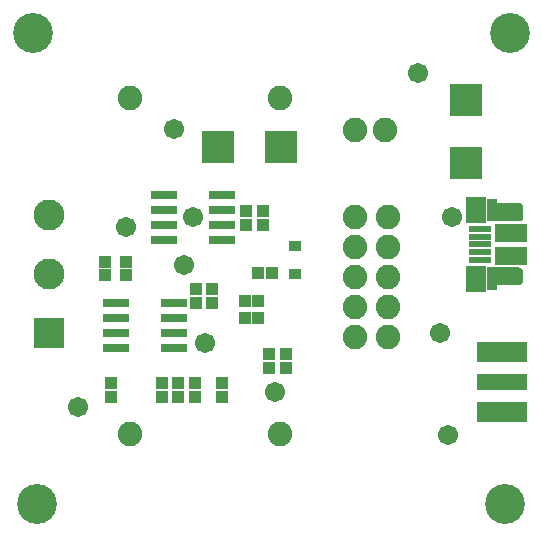
<source format=gbr>
G04 EAGLE Gerber RS-274X export*
G75*
%MOMM*%
%FSLAX34Y34*%
%LPD*%
%INSoldermask Top*%
%IPPOS*%
%AMOC8*
5,1,8,0,0,1.08239X$1,22.5*%
G01*
%ADD10C,3.378200*%
%ADD11R,2.616200X2.616200*%
%ADD12C,2.616200*%
%ADD13C,2.082800*%
%ADD14R,2.184400X0.762000*%
%ADD15R,1.103200X1.053200*%
%ADD16R,1.053200X1.103200*%
%ADD17R,1.033200X0.833200*%
%ADD18R,1.953200X0.603200*%
%ADD19R,1.663200X2.203200*%
%ADD20R,2.703200X1.628200*%
%ADD21R,4.267200X1.727200*%
%ADD22R,4.267200X1.473200*%
%ADD23R,2.703194X2.763597*%
%ADD24R,2.763597X2.703194*%
%ADD25C,1.703200*%

G36*
X439803Y270069D02*
X439803Y270069D01*
X439834Y270067D01*
X440501Y270142D01*
X440548Y270157D01*
X440612Y270167D01*
X441246Y270389D01*
X441289Y270415D01*
X441349Y270439D01*
X441917Y270796D01*
X441953Y270830D01*
X442006Y270867D01*
X442481Y271342D01*
X442509Y271383D01*
X442552Y271431D01*
X442909Y271999D01*
X442927Y272046D01*
X442959Y272102D01*
X443181Y272736D01*
X443187Y272785D01*
X443206Y272847D01*
X443281Y273514D01*
X443279Y273541D01*
X443284Y273571D01*
X443284Y281563D01*
X443308Y282347D01*
X443299Y282396D01*
X443298Y282460D01*
X443145Y283237D01*
X443126Y283283D01*
X443111Y283346D01*
X442789Y284069D01*
X442760Y284109D01*
X442731Y284167D01*
X442256Y284800D01*
X442219Y284833D01*
X442178Y284883D01*
X441574Y285394D01*
X441531Y285418D01*
X441480Y285458D01*
X440777Y285822D01*
X440729Y285836D01*
X440671Y285863D01*
X439905Y286062D01*
X439851Y286065D01*
X439777Y286078D01*
X421284Y286078D01*
X421284Y288571D01*
X421283Y288576D01*
X421284Y288581D01*
X421263Y288674D01*
X421245Y288768D01*
X421242Y288772D01*
X421241Y288777D01*
X421185Y288855D01*
X421132Y288933D01*
X421128Y288936D01*
X421125Y288940D01*
X421043Y288991D01*
X420964Y289043D01*
X420959Y289043D01*
X420954Y289046D01*
X420777Y289078D01*
X412777Y289078D01*
X412772Y289077D01*
X412767Y289078D01*
X412674Y289057D01*
X412581Y289039D01*
X412576Y289036D01*
X412571Y289035D01*
X412493Y288979D01*
X412415Y288926D01*
X412412Y288922D01*
X412408Y288919D01*
X412357Y288837D01*
X412305Y288758D01*
X412305Y288753D01*
X412302Y288748D01*
X412270Y288571D01*
X412270Y270571D01*
X412271Y270566D01*
X412270Y270561D01*
X412291Y270468D01*
X412309Y270375D01*
X412312Y270370D01*
X412313Y270365D01*
X412369Y270287D01*
X412422Y270209D01*
X412426Y270206D01*
X412429Y270202D01*
X412511Y270151D01*
X412590Y270099D01*
X412595Y270099D01*
X412600Y270096D01*
X412777Y270064D01*
X439777Y270064D01*
X439803Y270069D01*
G37*
G36*
X420782Y212065D02*
X420782Y212065D01*
X420787Y212064D01*
X420880Y212085D01*
X420974Y212103D01*
X420978Y212106D01*
X420983Y212107D01*
X421061Y212163D01*
X421139Y212216D01*
X421142Y212220D01*
X421146Y212223D01*
X421197Y212305D01*
X421249Y212384D01*
X421249Y212389D01*
X421252Y212394D01*
X421284Y212571D01*
X421284Y216064D01*
X438777Y216064D01*
X438803Y216069D01*
X438834Y216067D01*
X439724Y216167D01*
X439771Y216182D01*
X439835Y216193D01*
X440680Y216488D01*
X440723Y216514D01*
X440782Y216538D01*
X441541Y217014D01*
X441577Y217048D01*
X441630Y217085D01*
X442263Y217718D01*
X442290Y217760D01*
X442334Y217807D01*
X442810Y218566D01*
X442828Y218612D01*
X442860Y218668D01*
X443156Y219513D01*
X443162Y219562D01*
X443181Y219624D01*
X443281Y220514D01*
X443279Y220541D01*
X443284Y220571D01*
X443284Y227571D01*
X443274Y227624D01*
X443268Y227699D01*
X443069Y228465D01*
X443053Y228497D01*
X443052Y228502D01*
X443048Y228508D01*
X443047Y228509D01*
X443028Y228571D01*
X442664Y229274D01*
X442633Y229312D01*
X442600Y229368D01*
X442089Y229972D01*
X442050Y230003D01*
X442006Y230050D01*
X441373Y230525D01*
X441328Y230546D01*
X441275Y230583D01*
X440552Y230905D01*
X440503Y230915D01*
X440443Y230939D01*
X439666Y231092D01*
X439617Y231092D01*
X439553Y231102D01*
X438769Y231078D01*
X412777Y231078D01*
X412772Y231077D01*
X412767Y231078D01*
X412674Y231057D01*
X412581Y231039D01*
X412576Y231036D01*
X412571Y231035D01*
X412493Y230979D01*
X412415Y230926D01*
X412412Y230922D01*
X412408Y230919D01*
X412357Y230837D01*
X412305Y230758D01*
X412305Y230753D01*
X412302Y230748D01*
X412270Y230571D01*
X412270Y212571D01*
X412271Y212566D01*
X412270Y212561D01*
X412291Y212468D01*
X412309Y212375D01*
X412312Y212370D01*
X412313Y212365D01*
X412369Y212287D01*
X412422Y212209D01*
X412426Y212206D01*
X412429Y212202D01*
X412511Y212151D01*
X412590Y212099D01*
X412595Y212099D01*
X412600Y212096D01*
X412777Y212064D01*
X420777Y212064D01*
X420782Y212065D01*
G37*
D10*
X28194Y429514D03*
X32004Y30734D03*
X427990Y30607D03*
X431927Y429768D03*
D11*
X42164Y175514D03*
D12*
X42164Y225514D03*
X42164Y275514D03*
D13*
X300609Y347218D03*
X326009Y347218D03*
D14*
X98806Y200914D03*
X98806Y188214D03*
X98806Y175514D03*
X98806Y162814D03*
X148082Y162814D03*
X148082Y175514D03*
X148082Y188214D03*
X148082Y200914D03*
X139446Y292354D03*
X139446Y279654D03*
X139446Y266954D03*
X139446Y254254D03*
X188722Y254254D03*
X188722Y266954D03*
X188722Y279654D03*
X188722Y292354D03*
D15*
X89154Y235924D03*
X89154Y224324D03*
X188214Y121454D03*
X188214Y133054D03*
X165354Y133054D03*
X165354Y121454D03*
X151384Y133054D03*
X151384Y121454D03*
X137414Y133054D03*
X137414Y121454D03*
D16*
X207560Y202438D03*
X219160Y202438D03*
X207560Y188595D03*
X219160Y188595D03*
X219117Y226060D03*
X230717Y226060D03*
D13*
X300736Y273939D03*
X328676Y273939D03*
X300736Y248539D03*
X328676Y248539D03*
X300736Y223139D03*
X328676Y223139D03*
X300736Y197739D03*
X328676Y197739D03*
X300736Y172339D03*
X328676Y172339D03*
D17*
X249809Y248863D03*
X249809Y225863D03*
D18*
X406527Y250571D03*
X406527Y244071D03*
X406527Y263571D03*
X406527Y257071D03*
D19*
X403777Y279571D03*
X403777Y221571D03*
D20*
X433277Y240946D03*
X433277Y260196D03*
D18*
X406527Y237571D03*
D15*
X94234Y121454D03*
X94234Y133054D03*
X106934Y224324D03*
X106934Y235924D03*
D21*
X425196Y108966D03*
X425196Y159766D03*
D22*
X425196Y134366D03*
D23*
X394716Y319353D03*
X394716Y372797D03*
D24*
X238685Y333375D03*
X185241Y333375D03*
D15*
X166116Y201337D03*
X166116Y212937D03*
X179832Y201337D03*
X179832Y212937D03*
X242443Y157438D03*
X242443Y145838D03*
X228092Y157438D03*
X228092Y145838D03*
X208915Y278723D03*
X208915Y267123D03*
X222631Y278723D03*
X222631Y267123D03*
D13*
X110490Y90170D03*
X237490Y90170D03*
X110490Y374650D03*
X237490Y374650D03*
D25*
X66294Y113284D03*
X106934Y265684D03*
X164084Y273685D03*
X354330Y395605D03*
X147828Y348361D03*
X174244Y166878D03*
X379349Y89408D03*
X372745Y175895D03*
X156464Y233172D03*
X233045Y125349D03*
X383286Y274193D03*
M02*

</source>
